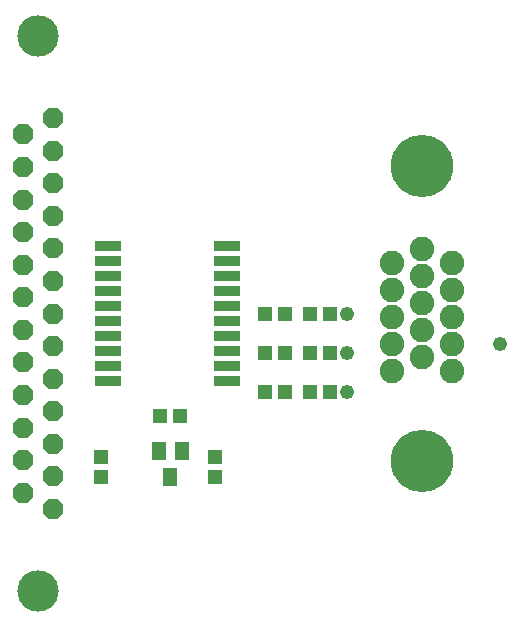
<source format=gbr>
G04 EAGLE Gerber RS-274X export*
G75*
%MOMM*%
%FSLAX34Y34*%
%LPD*%
%INSoldermask Top*%
%IPPOS*%
%AMOC8*
5,1,8,0,0,1.08239X$1,22.5*%
G01*
%ADD10P,1.869504X8X112.500000*%
%ADD11C,3.505200*%
%ADD12C,2.082800*%
%ADD13C,5.283200*%
%ADD14R,1.203200X1.303200*%
%ADD15R,1.303200X1.203200*%
%ADD16R,1.203200X1.603200*%
%ADD17R,2.235200X0.863600*%
%ADD18C,1.209600*%


D10*
X132080Y902208D03*
X132080Y874522D03*
X132080Y847090D03*
X132080Y819404D03*
X132080Y791718D03*
X132080Y764286D03*
X132080Y736600D03*
X132080Y708914D03*
X132080Y681482D03*
X132080Y653796D03*
X132080Y626110D03*
X132080Y598678D03*
X132080Y570992D03*
X106680Y888492D03*
X106680Y860806D03*
X106680Y833120D03*
X106680Y805688D03*
X106680Y778002D03*
X106680Y750316D03*
X106680Y722884D03*
X106680Y695198D03*
X106680Y667512D03*
X106680Y640080D03*
X106680Y612394D03*
X106680Y584708D03*
D11*
X119380Y971804D03*
X119380Y501396D03*
D12*
X444500Y768300D03*
X444500Y745400D03*
X444500Y722500D03*
X444500Y699600D03*
X469900Y779800D03*
X469900Y756900D03*
X469900Y734000D03*
X469900Y711100D03*
D13*
X444500Y861600D03*
X444500Y611600D03*
D12*
X444500Y791200D03*
X469900Y688200D03*
X419100Y779800D03*
X419100Y756900D03*
X419100Y734000D03*
X419100Y711100D03*
X419100Y688200D03*
D14*
X311540Y736600D03*
X328540Y736600D03*
X311540Y703580D03*
X328540Y703580D03*
X311540Y670560D03*
X328540Y670560D03*
X366640Y736600D03*
X349640Y736600D03*
X366640Y703580D03*
X349640Y703580D03*
X366640Y670560D03*
X349640Y670560D03*
D15*
X172720Y598560D03*
X172720Y615560D03*
D16*
X231140Y598600D03*
X221640Y620600D03*
X240640Y620600D03*
D14*
X269240Y598560D03*
X269240Y615560D03*
D15*
X222640Y650240D03*
X239640Y650240D03*
D17*
X278892Y679450D03*
X278892Y692150D03*
X278892Y704850D03*
X278892Y717550D03*
X278892Y730250D03*
X278892Y742950D03*
X278892Y755650D03*
X278892Y768350D03*
X178308Y768350D03*
X178308Y755650D03*
X178308Y742950D03*
X178308Y730250D03*
X178308Y717550D03*
X178308Y704850D03*
X178308Y692150D03*
X178308Y679450D03*
X278892Y781050D03*
X278892Y793750D03*
X178308Y781050D03*
X178308Y793750D03*
D18*
X381000Y703580D03*
X381000Y670560D03*
X381000Y736600D03*
X510540Y711200D03*
M02*

</source>
